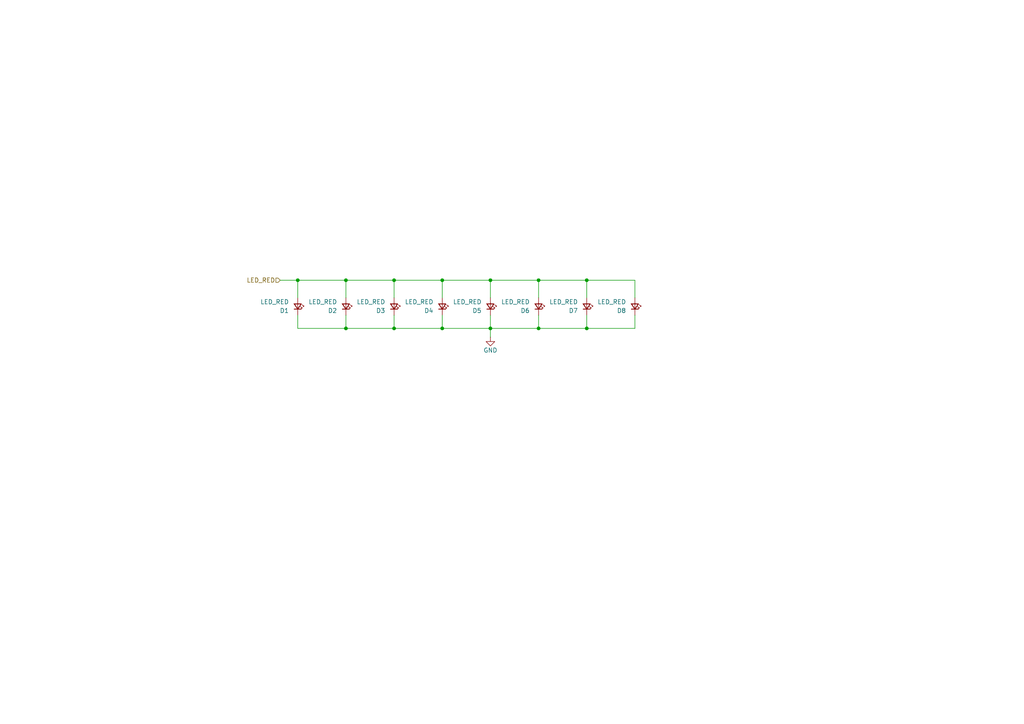
<source format=kicad_sch>
(kicad_sch (version 20231120) (generator "eeschema") (generator_version "8.0")
  (paper "A4")
  (lib_symbols
    (symbol "Device:LED_Small" (pin_numbers hide) (pin_names (offset 0.254) hide)
      (property "Reference" "D" (at -1.27 3.175 0))
      (property "Value" "LED_Small" (at -4.445 -2.54 0))
      (symbol "LED_Small_0_1"
        (polyline (pts (xy -0.762 -1.016) (xy -0.762 1.016)) (stroke (width 0.254)))
        (polyline (pts (xy 1.016 0) (xy -0.762 0)))
        (polyline (pts (xy 0.762 -1.016) (xy -0.762 0) (xy 0.762 1.016) (xy 0.762 -1.016)) (stroke (width 0.254)))
        (polyline (pts (xy 0 0.762) (xy -0.508 1.27) (xy -0.254 1.27) (xy -0.508 1.27) (xy -0.508 1.016)))
        (polyline (pts (xy 0.508 1.27) (xy 0 1.778) (xy 0.254 1.778) (xy 0 1.778) (xy 0 1.524)))
      )
      (symbol "LED_Small_1_1"
        (pin passive line (at -2.54 0 0) (length 1.778) (name "K") (number "1"))
        (pin passive line (at 2.54 0 180) (length 1.778) (name "A") (number "2"))
      )
    )
    (symbol "power:GND" (power) (pin_numbers hide) (pin_names (offset 0) hide)
      (property "Value" "GND" (at 0 -3.81 0))
      (symbol "GND_0_1"
        (polyline (pts (xy 0 0) (xy 0 -1.27) (xy 1.27 -1.27) (xy 0 -2.54) (xy -1.27 -1.27) (xy 0 -1.27)))
      )
      (symbol "GND_1_1"
        (pin power_in line (at 0 0 270) (length 0) (name "~") (number "1"))
      )
    )
  )
  (junction (at 156.21 81.28))
  (junction (at 142.24 95.25))
  (junction (at 170.18 95.25))
  (junction (at 114.3 95.25))
  (junction (at 142.24 81.28))
  (junction (at 156.21 95.25))
  (junction (at 114.3 81.28))
  (junction (at 128.27 81.28))
  (junction (at 100.33 95.25))
  (junction (at 100.33 81.28))
  (junction (at 86.36 81.28))
  (junction (at 170.18 81.28))
  (junction (at 128.27 95.25))
  (wire (pts (xy 142.24 91.44) (xy 142.24 95.25)))
  (wire (pts (xy 142.24 86.36) (xy 142.24 81.28)))
  (wire (pts (xy 114.3 86.36) (xy 114.3 81.28)))
  (wire (pts (xy 128.27 81.28) (xy 114.3 81.28)))
  (wire (pts (xy 100.33 86.36) (xy 100.33 81.28)))
  (wire (pts (xy 86.36 91.44) (xy 86.36 95.25)))
  (wire (pts (xy 81.28 81.28) (xy 86.36 81.28)))
  (wire (pts (xy 156.21 81.28) (xy 156.21 86.36)))
  (wire (pts (xy 156.21 91.44) (xy 156.21 95.25)))
  (wire (pts (xy 156.21 95.25) (xy 170.18 95.25)))
  (wire (pts (xy 142.24 81.28) (xy 128.27 81.28)))
  (wire (pts (xy 114.3 81.28) (xy 100.33 81.28)))
  (wire (pts (xy 100.33 91.44) (xy 100.33 95.25)))
  (wire (pts (xy 184.15 91.44) (xy 184.15 95.25)))
  (wire (pts (xy 114.3 95.25) (xy 128.27 95.25)))
  (wire (pts (xy 86.36 81.28) (xy 86.36 86.36)))
  (wire (pts (xy 128.27 86.36) (xy 128.27 81.28)))
  (wire (pts (xy 114.3 91.44) (xy 114.3 95.25)))
  (wire (pts (xy 170.18 95.25) (xy 184.15 95.25)))
  (wire (pts (xy 142.24 97.79) (xy 142.24 95.25)))
  (wire (pts (xy 100.33 95.25) (xy 114.3 95.25)))
  (wire (pts (xy 86.36 95.25) (xy 100.33 95.25)))
  (wire (pts (xy 170.18 81.28) (xy 156.21 81.28)))
  (wire (pts (xy 156.21 81.28) (xy 142.24 81.28)))
  (wire (pts (xy 100.33 81.28) (xy 86.36 81.28)))
  (wire (pts (xy 128.27 91.44) (xy 128.27 95.25)))
  (wire (pts (xy 142.24 95.25) (xy 156.21 95.25)))
  (wire (pts (xy 170.18 91.44) (xy 170.18 95.25)))
  (wire (pts (xy 128.27 95.25) (xy 142.24 95.25)))
  (wire (pts (xy 184.15 81.28) (xy 170.18 81.28)))
  (wire (pts (xy 184.15 81.28) (xy 184.15 86.36)))
  (wire (pts (xy 170.18 81.28) (xy 170.18 86.36)))
  (hierarchical_label "LED_RED" (shape input) (at 81.28 81.28 180))
  (symbol (lib_id "Device:LED_Small") (at 128.27 88.9 270) (mirror x) (unit 1)
    (property "Reference" "D4" (at 125.73 90.1066 90) (effects (justify right)))
    (property "Value" "LED_RED" (at 125.73 87.5666 90) (effects (justify right)))
    (property "Footprint" "LED_THT:LED_D3.0mm" (effects (hide yes)))
    (property "Datasheet" "https://www.mouser.com/catalog/specsheets/lite-on_lites12747-1.pdf" (effects (hide yes)))
    (property "Description" "Light emitting diode, small symbol" (effects (hide yes)))
    (property "MNR" "859-LTL-4221N " (effects (hide yes)))
    (property "LCSC" "C2895470" (effects (hide yes)))
  )
  (symbol (lib_id "power:GND") (at 142.24 97.79 0) (unit 1)
    (property "Reference" "#PWR8" (effects (hide yes)))
    (property "Value" "GND" (at 142.24 101.6 0))
    (property "Description" "Power symbol creates a global label with name \"GND\" , ground" (effects (hide yes)))
  )
  (symbol (lib_id "Device:LED_Small") (at 156.21 88.9 270) (mirror x) (unit 1)
    (property "Reference" "D6" (at 153.67 90.1066 90) (effects (justify right)))
    (property "Value" "LED_RED" (at 153.67 87.5666 90) (effects (justify right)))
    (property "Footprint" "LED_THT:LED_D3.0mm" (effects (hide yes)))
    (property "Datasheet" "https://www.mouser.com/catalog/specsheets/lite-on_lites12747-1.pdf" (effects (hide yes)))
    (property "Description" "Light emitting diode, small symbol" (effects (hide yes)))
    (property "MNR" "859-LTL-4221N " (effects (hide yes)))
    (property "LCSC" "C2895470" (effects (hide yes)))
  )
  (symbol (lib_id "Device:LED_Small") (at 114.3 88.9 270) (mirror x) (unit 1)
    (property "Reference" "D3" (at 111.76 90.1066 90) (effects (justify right)))
    (property "Value" "LED_RED" (at 111.76 87.5666 90) (effects (justify right)))
    (property "Footprint" "LED_THT:LED_D3.0mm" (effects (hide yes)))
    (property "Datasheet" "https://www.mouser.com/catalog/specsheets/lite-on_lites12747-1.pdf" (effects (hide yes)))
    (property "Description" "Light emitting diode, small symbol" (effects (hide yes)))
    (property "MNR" "859-LTL-4221N " (effects (hide yes)))
    (property "LCSC" "C2895470" (effects (hide yes)))
  )
  (symbol (lib_id "Device:LED_Small") (at 100.33 88.9 270) (mirror x) (unit 1)
    (property "Reference" "D2" (at 97.79 90.1066 90) (effects (justify right)))
    (property "Value" "LED_RED" (at 97.79 87.5666 90) (effects (justify right)))
    (property "Footprint" "LED_THT:LED_D3.0mm" (effects (hide yes)))
    (property "Datasheet" "https://www.mouser.com/catalog/specsheets/lite-on_lites12747-1.pdf" (effects (hide yes)))
    (property "Description" "Light emitting diode, small symbol" (effects (hide yes)))
    (property "MNR" "859-LTL-4221N " (effects (hide yes)))
    (property "LCSC" "C2895470" (effects (hide yes)))
  )
  (symbol (lib_id "Device:LED_Small") (at 184.15 88.9 270) (mirror x) (unit 1)
    (property "Reference" "D8" (at 181.61 90.1066 90) (effects (justify right)))
    (property "Value" "LED_RED" (at 181.61 87.5666 90) (effects (justify right)))
    (property "Footprint" "LED_THT:LED_D3.0mm" (effects (hide yes)))
    (property "Datasheet" "https://www.mouser.com/catalog/specsheets/lite-on_lites12747-1.pdf" (effects (hide yes)))
    (property "Description" "Light emitting diode, small symbol" (effects (hide yes)))
    (property "MNR" "859-LTL-4221N " (effects (hide yes)))
    (property "LCSC" "C2895470" (effects (hide yes)))
  )
  (symbol (lib_id "Device:LED_Small") (at 170.18 88.9 270) (mirror x) (unit 1)
    (property "Reference" "D7" (at 167.64 90.1066 90) (effects (justify right)))
    (property "Value" "LED_RED" (at 167.64 87.5666 90) (effects (justify right)))
    (property "Footprint" "LED_THT:LED_D3.0mm" (effects (hide yes)))
    (property "Datasheet" "https://www.mouser.com/catalog/specsheets/lite-on_lites12747-1.pdf" (effects (hide yes)))
    (property "Description" "Light emitting diode, small symbol" (effects (hide yes)))
    (property "MNR" "859-LTL-4221N " (effects (hide yes)))
    (property "LCSC" "C2895470" (effects (hide yes)))
  )
  (symbol (lib_id "Device:LED_Small") (at 86.36 88.9 270) (mirror x) (unit 1)
    (property "Reference" "D1" (at 83.82 90.1066 90) (effects (justify right)))
    (property "Value" "LED_RED" (at 83.82 87.5666 90) (effects (justify right)))
    (property "Footprint" "LED_THT:LED_D3.0mm" (effects (hide yes)))
    (property "Datasheet" "https://www.mouser.com/catalog/specsheets/lite-on_lites12747-1.pdf" (effects (hide yes)))
    (property "Description" "Light emitting diode, small symbol" (effects (hide yes)))
    (property "MNR" "859-LTL-4221N " (effects (hide yes)))
    (property "LCSC" "C2895470" (effects (hide yes)))
  )
  (symbol (lib_id "Device:LED_Small") (at 142.24 88.9 270) (mirror x) (unit 1)
    (property "Reference" "D5" (at 139.7 90.1066 90) (effects (justify right)))
    (property "Value" "LED_RED" (at 139.7 87.5666 90) (effects (justify right)))
    (property "Footprint" "LED_THT:LED_D3.0mm" (effects (hide yes)))
    (property "Datasheet" "https://www.mouser.com/catalog/specsheets/lite-on_lites12747-1.pdf" (effects (hide yes)))
    (property "Description" "Light emitting diode, small symbol" (effects (hide yes)))
    (property "MNR" "859-LTL-4221N " (effects (hide yes)))
    (property "LCSC" "C2895470" (effects (hide yes)))
  )
)
</source>
